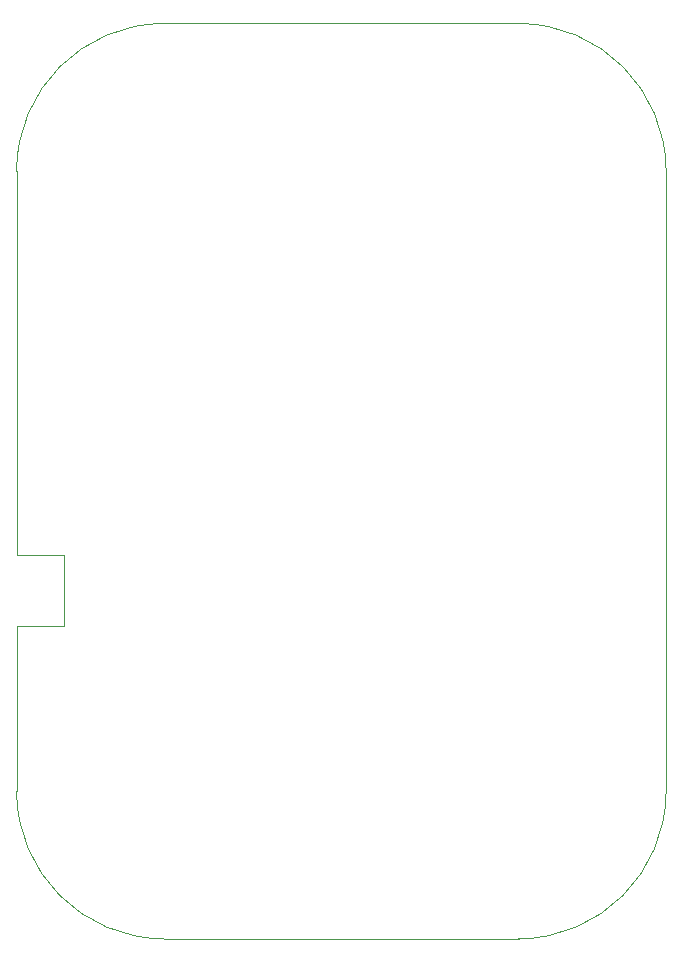
<source format=gbr>
G04 #@! TF.GenerationSoftware,KiCad,Pcbnew,(5.1.10)-1*
G04 #@! TF.CreationDate,2021-08-19T14:22:58+09:00*
G04 #@! TF.ProjectId,controller,636f6e74-726f-46c6-9c65-722e6b696361,rev?*
G04 #@! TF.SameCoordinates,Original*
G04 #@! TF.FileFunction,Profile,NP*
%FSLAX46Y46*%
G04 Gerber Fmt 4.6, Leading zero omitted, Abs format (unit mm)*
G04 Created by KiCad (PCBNEW (5.1.10)-1) date 2021-08-19 14:22:58*
%MOMM*%
%LPD*%
G01*
G04 APERTURE LIST*
G04 #@! TA.AperFunction,Profile*
%ADD10C,0.050000*%
G04 #@! TD*
G04 APERTURE END LIST*
D10*
X0Y-51000000D02*
X-3680Y-65000000D01*
X0Y-45000000D02*
X-3680Y-12500000D01*
X4000000Y-51000000D02*
X0Y-51000000D01*
X4000000Y-45000000D02*
X4000000Y-51000000D01*
X0Y-45000000D02*
X4000000Y-45000000D01*
X42496320Y0D02*
G75*
G02*
X54996320Y-12500000I0J-12500000D01*
G01*
X55000000Y-65000000D02*
X55000000Y-12500000D01*
X54996320Y-65000000D02*
G75*
G02*
X42496320Y-77500000I-12500000J0D01*
G01*
X12496320Y-77500000D02*
G75*
G02*
X-3680Y-65000000I0J12500000D01*
G01*
X12500000Y-77500000D02*
X42500000Y-77500000D01*
X-3680Y-12500000D02*
G75*
G02*
X12496320Y0I12500000J0D01*
G01*
X12500000Y0D02*
X42500000Y0D01*
M02*

</source>
